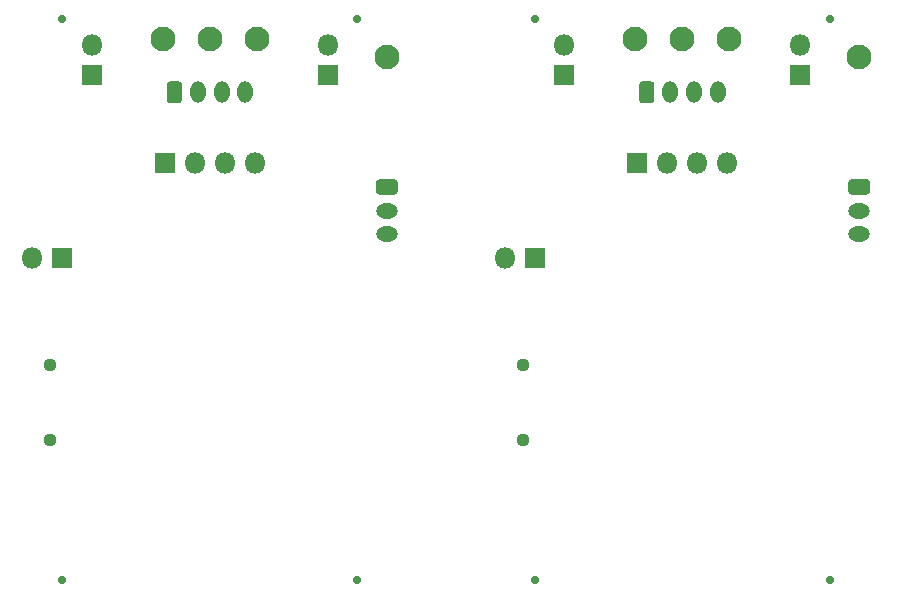
<source format=gbs>
G04 #@! TF.GenerationSoftware,KiCad,Pcbnew,(5.1.6)-1*
G04 #@! TF.CreationDate,2020-09-04T00:39:58+09:00*
G04 #@! TF.ProjectId,forMnu,666f724d-6e75-42e6-9b69-6361645f7063,rev?*
G04 #@! TF.SameCoordinates,Original*
G04 #@! TF.FileFunction,Soldermask,Bot*
G04 #@! TF.FilePolarity,Negative*
%FSLAX46Y46*%
G04 Gerber Fmt 4.6, Leading zero omitted, Abs format (unit mm)*
G04 Created by KiCad (PCBNEW (5.1.6)-1) date 2020-09-04 00:39:58*
%MOMM*%
%LPD*%
G01*
G04 APERTURE LIST*
%ADD10C,0.700000*%
%ADD11O,1.800000X1.800000*%
%ADD12R,1.800000X1.800000*%
%ADD13O,1.850000X1.300000*%
%ADD14C,1.120000*%
%ADD15C,2.100000*%
%ADD16O,1.300000X1.850000*%
G04 APERTURE END LIST*
D10*
X82500000Y-73750000D03*
X57500000Y-73750000D03*
X42500000Y-73750000D03*
X17500000Y-73750000D03*
X17500000Y-26250000D03*
X42500000Y-26250000D03*
X57500000Y-26250000D03*
X82500000Y-26250000D03*
D11*
X73800000Y-38460000D03*
X71260000Y-38460000D03*
X68720000Y-38460000D03*
D12*
X66180000Y-38460000D03*
D13*
X85000000Y-44500000D03*
X85000000Y-42500000D03*
G36*
G01*
X84345832Y-39850000D02*
X85654168Y-39850000D01*
G75*
G02*
X85925000Y-40120832I0J-270832D01*
G01*
X85925000Y-40879168D01*
G75*
G02*
X85654168Y-41150000I-270832J0D01*
G01*
X84345832Y-41150000D01*
G75*
G02*
X84075000Y-40879168I0J270832D01*
G01*
X84075000Y-40120832D01*
G75*
G02*
X84345832Y-39850000I270832J0D01*
G01*
G37*
D14*
X56500000Y-55575000D03*
X56500000Y-61925000D03*
D15*
X66000000Y-28000000D03*
X85000000Y-29500000D03*
D11*
X54960000Y-46500000D03*
D12*
X57500000Y-46500000D03*
D11*
X80000000Y-28460000D03*
D12*
X80000000Y-31000000D03*
X60000000Y-31000000D03*
D11*
X60000000Y-28460000D03*
D15*
X74000000Y-28000000D03*
D16*
X73000000Y-32500000D03*
X71000000Y-32500000D03*
X69000000Y-32500000D03*
G36*
G01*
X66350000Y-33154168D02*
X66350000Y-31845832D01*
G75*
G02*
X66620832Y-31575000I270832J0D01*
G01*
X67379168Y-31575000D01*
G75*
G02*
X67650000Y-31845832I0J-270832D01*
G01*
X67650000Y-33154168D01*
G75*
G02*
X67379168Y-33425000I-270832J0D01*
G01*
X66620832Y-33425000D01*
G75*
G02*
X66350000Y-33154168I0J270832D01*
G01*
G37*
D15*
X70000000Y-28000000D03*
D14*
X16500000Y-61925000D03*
X16500000Y-55575000D03*
G36*
G01*
X44345832Y-39850000D02*
X45654168Y-39850000D01*
G75*
G02*
X45925000Y-40120832I0J-270832D01*
G01*
X45925000Y-40879168D01*
G75*
G02*
X45654168Y-41150000I-270832J0D01*
G01*
X44345832Y-41150000D01*
G75*
G02*
X44075000Y-40879168I0J270832D01*
G01*
X44075000Y-40120832D01*
G75*
G02*
X44345832Y-39850000I270832J0D01*
G01*
G37*
D13*
X45000000Y-42500000D03*
X45000000Y-44500000D03*
D12*
X26180000Y-38460000D03*
D11*
X28720000Y-38460000D03*
X31260000Y-38460000D03*
X33800000Y-38460000D03*
G36*
G01*
X26350000Y-33154168D02*
X26350000Y-31845832D01*
G75*
G02*
X26620832Y-31575000I270832J0D01*
G01*
X27379168Y-31575000D01*
G75*
G02*
X27650000Y-31845832I0J-270832D01*
G01*
X27650000Y-33154168D01*
G75*
G02*
X27379168Y-33425000I-270832J0D01*
G01*
X26620832Y-33425000D01*
G75*
G02*
X26350000Y-33154168I0J270832D01*
G01*
G37*
D16*
X29000000Y-32500000D03*
X31000000Y-32500000D03*
X33000000Y-32500000D03*
D12*
X17500000Y-46500000D03*
D11*
X14960000Y-46500000D03*
D12*
X40000000Y-31000000D03*
D11*
X40000000Y-28460000D03*
X20000000Y-28460000D03*
D12*
X20000000Y-31000000D03*
D15*
X30000000Y-28000000D03*
X34000000Y-28000000D03*
X26000000Y-28000000D03*
X45000000Y-29500000D03*
M02*

</source>
